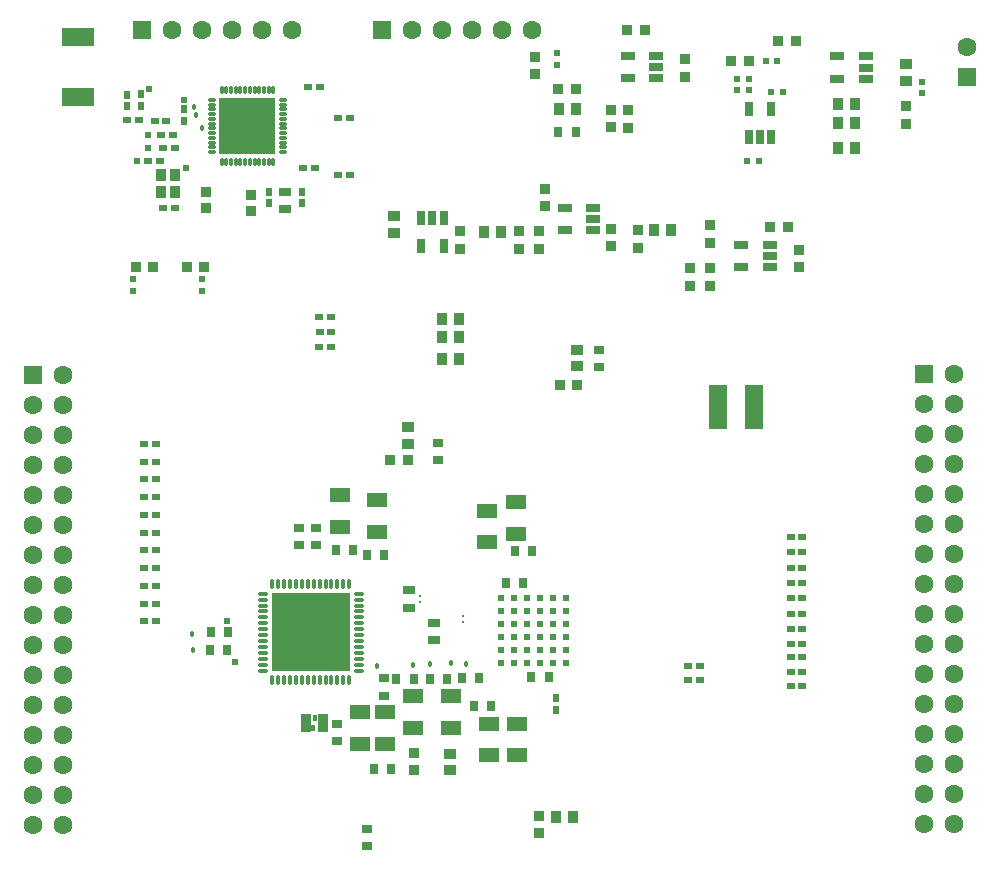
<source format=gts>
%FSTAX25Y25*%
%MOIN*%
%SFA1B1*%

%IPPOS*%
%ADD56C,0.018000*%
%ADD66R,0.023690X0.023690*%
%ADD67R,0.063060X0.145730*%
%ADD68R,0.035500X0.031560*%
%ADD69R,0.031560X0.035500*%
%ADD70R,0.023690X0.027620*%
%ADD71R,0.033530X0.059120*%
%ADD72R,0.011870X0.023690*%
%ADD73R,0.035500X0.039430*%
%ADD74R,0.039430X0.031560*%
%ADD75R,0.106360X0.063060*%
%ADD76R,0.027620X0.023690*%
%ADD77R,0.023690X0.023690*%
%ADD78R,0.035500X0.033530*%
%ADD79R,0.023690X0.029590*%
%ADD80R,0.029590X0.023690*%
%ADD81R,0.189040X0.189040*%
%ADD82O,0.011870X0.029590*%
%ADD83O,0.029590X0.011870*%
%ADD84R,0.037470X0.041400*%
%ADD85O,0.039430X0.013840*%
%ADD86O,0.013840X0.039430*%
%ADD87R,0.259910X0.259910*%
%ADD88R,0.035500X0.035500*%
%ADD89R,0.035500X0.035500*%
%ADD90R,0.045340X0.027620*%
%ADD91R,0.039430X0.035500*%
%ADD92R,0.027620X0.045340*%
%ADD93R,0.027620X0.047310*%
%ADD94R,0.070930X0.047310*%
%ADD95R,0.063060X0.063060*%
%ADD96C,0.063060*%
%ADD97R,0.063060X0.063060*%
%ADD98C,0.023690*%
%ADD99C,0.029980*%
%ADD100C,0.024000*%
%ADD101C,0.013000*%
%LNhighspeed_v0-1*%
%LPD*%
G54D56*
X01234Y02547D03*
X02117Y0076D03*
X01996D03*
X0194Y00759D03*
X01818Y00754D03*
X0121Y02619D03*
X01214Y0259D03*
X02064Y00765D03*
X01202Y00862D03*
X01206Y00807D03*
G54D66*
X0305363Y02437D03*
X03093D03*
X0305937Y02712D03*
X0302D03*
X0301963Y02673D03*
X03059D03*
X0313363Y02668D03*
X03173D03*
X03114Y0277D03*
X0315337D03*
G54D67*
X0307505Y01616D03*
X0295694D03*
G54D68*
X02021Y0149754D03*
Y0144046D03*
X01617Y0121454D03*
Y0115746D03*
X0156Y0121554D03*
Y0115846D03*
X01842Y0071254D03*
Y0065546D03*
X01687Y0050246D03*
Y0055954D03*
X01784Y0015246D03*
Y0020954D03*
X02559Y0180754D03*
Y0175046D03*
G54D69*
X0173754Y0114D03*
X0168046D03*
X0184154Y01125D03*
X0178446D03*
X0224846Y01032D03*
X0230554D03*
X0233654Y01137D03*
X0227946D03*
X0210046Y00714D03*
X0215754D03*
X0199646Y00712D03*
X0205354D03*
X0194054D03*
X0188346D03*
X0180846Y00412D03*
X0186554D03*
X0233346Y00717D03*
X0239054D03*
X0214046Y00622D03*
X0219754D03*
X0126446Y00869D03*
X0132154D03*
X0126246Y00807D03*
X0131954D03*
X0248054Y02534D03*
X0242346D03*
G54D70*
X02416Y0060831D03*
Y0064768D03*
X01174Y0257132D03*
Y0261069D03*
X01569Y0229631D03*
Y0233569D03*
G54D71*
X0158046Y00564D03*
X0163754D03*
G54D72*
X0160506Y0054628D03*
X0161294Y0058172D03*
G54D73*
X0241544Y00252D03*
X0247056D03*
X0242544Y02611D03*
X0248056D03*
X0274344Y02206D03*
X0279856D03*
X0217644Y02201D03*
X0223156D03*
X0203544Y0191D03*
X0209056D03*
X0203644Y0185D03*
X0209156D03*
X0203544Y01778D03*
X0209056D03*
X0335544Y02564D03*
X0341056D03*
X0335544Y02482D03*
X0341056D03*
X0335544Y02629D03*
X0341056D03*
G54D74*
X02008Y0083947D03*
Y0089853D03*
X01925Y0100753D03*
Y0094847D03*
X0151239Y0233553D03*
Y0227647D03*
G54D75*
X00822Y0265141D03*
Y028522D03*
G54D76*
X0162531Y01819D03*
X0166469D03*
X0162732Y01867D03*
X0166668D03*
X0162631Y01916D03*
X0166569D03*
X0104332Y0113938D03*
X0108268D03*
X0104332Y0119847D03*
X0108268D03*
X0323667Y00877D03*
X031973D03*
X0323667Y0092833D03*
X031973D03*
X0104332Y0125757D03*
X0108268D03*
X0104332Y0131666D03*
X0108268D03*
Y0108028D03*
X0104332D03*
Y0137576D03*
X0108268D03*
X0323667Y0097967D03*
X031973D03*
X0108268Y0102119D03*
X0104332D03*
Y0143485D03*
X0108268D03*
X0323667Y01031D03*
X031973D03*
X0108268Y009621D03*
X0104332D03*
X0323667Y0108233D03*
X031973D03*
X0323667Y00829D03*
X031973D03*
X0108268Y00903D03*
X0104332D03*
Y0149395D03*
X0108268D03*
X0323667Y0113367D03*
X031973D03*
X0289369Y00754D03*
X0285432D03*
X0289369Y00708D03*
X0285432D03*
X0110519Y02281D03*
X0114456D03*
X0172869Y02391D03*
X0168931D03*
X0161169Y02413D03*
X0157231D03*
X0105631Y02439D03*
X0109569D03*
X0172768Y02582D03*
X0168832D03*
X0162969Y02683D03*
X0159031D03*
X0110519Y0248D03*
X0114456D03*
X0113868Y02525D03*
X0109932D03*
X0102481Y02573D03*
X0098544D03*
X031973Y00687D03*
X0323667D03*
X031973Y01185D03*
X0323667D03*
X031973Y00735D03*
X0323667D03*
X031973Y00784D03*
X0323667D03*
G54D77*
X01005Y0204437D03*
Y02005D03*
X01236Y0204437D03*
Y02005D03*
X02419Y02757D03*
Y0279637D03*
X03634Y02702D03*
Y0266263D03*
G54D78*
X01398Y0226942D03*
Y0232258D03*
X01249Y0233358D03*
Y0228043D03*
G54D79*
X01459Y023347D03*
Y022973D03*
X01031Y026223D03*
Y026597D03*
X00984Y026213D03*
Y026587D03*
G54D80*
X011157Y02571D03*
X010783D03*
G54D81*
X01387Y02554D03*
G54D82*
X0147361Y0243491D03*
X0145787D03*
X0144212D03*
X0142637D03*
X0141062D03*
X0139487D03*
X0137913D03*
X0136338D03*
X0134763D03*
X0133188D03*
X0131613D03*
X0130039D03*
Y0267309D03*
X0131613D03*
X0133188D03*
X0134763D03*
X0136338D03*
X0137913D03*
X0139487D03*
X0141062D03*
X0142637D03*
X0144212D03*
X0145787D03*
X0147361D03*
G54D83*
X0126791Y0246739D03*
Y0248313D03*
Y0249888D03*
Y0251463D03*
Y0253038D03*
Y0254613D03*
Y0256187D03*
Y0257762D03*
Y0259337D03*
Y0260912D03*
Y0262487D03*
Y0264061D03*
X0150609D03*
Y0262487D03*
Y0260912D03*
Y0259337D03*
Y0257762D03*
Y0256187D03*
Y0254613D03*
Y0253038D03*
Y0251463D03*
Y0249888D03*
Y0248313D03*
Y0246739D03*
G54D84*
X0114458Y0239054D03*
X010993D03*
Y0233346D03*
X0114458D03*
G54D85*
X0175745Y0073905D03*
Y0075873D03*
Y0077842D03*
Y007981D03*
Y0081779D03*
Y0083747D03*
Y009359D03*
Y0095558D03*
Y0097527D03*
Y0099495D03*
X0143855D03*
Y0097527D03*
Y0095558D03*
Y009359D03*
Y0091621D03*
Y0089653D03*
Y0087684D03*
Y0085716D03*
Y0083747D03*
Y0081779D03*
Y007981D03*
Y0077842D03*
Y0075873D03*
Y0073905D03*
X0175745Y0091621D03*
Y0089653D03*
Y0087684D03*
Y0085716D03*
G54D86*
X0172595Y0102645D03*
X0170627D03*
X0168658D03*
X016669D03*
X0164721D03*
X0162753D03*
X0160784D03*
X0158816D03*
X0156847D03*
X0154879D03*
X015291D03*
X0150942D03*
X0148973D03*
X0147005D03*
Y0070755D03*
X0148973D03*
X0150942D03*
X015291D03*
X0154879D03*
X0156847D03*
X0158816D03*
X0160784D03*
X0162753D03*
X0164721D03*
X016669D03*
X0168658D03*
X0170627D03*
X0172595D03*
G54D87*
X01598Y00867D03*
G54D88*
X02358Y0019647D03*
Y0025553D03*
X03581Y0256147D03*
Y0262053D03*
X02347Y0272647D03*
Y0278553D03*
X01943Y0040647D03*
Y0046553D03*
X02863Y0202147D03*
Y0208053D03*
X02928Y0202147D03*
Y0208053D03*
X02688Y0214847D03*
Y0220753D03*
X02358Y0214447D03*
Y0220353D03*
X02293Y0214547D03*
Y0220453D03*
X02096Y0214347D03*
Y0220253D03*
X03226Y0214153D03*
Y0208247D03*
X026Y0215247D03*
Y0221153D03*
X02928Y0222253D03*
Y0216347D03*
X02379Y0234553D03*
Y0228647D03*
X026Y0254947D03*
Y0260853D03*
X02655Y0254847D03*
Y0260753D03*
X02846Y0271747D03*
Y0277653D03*
G54D89*
X0124353Y02085D03*
X0118447D03*
X0107353D03*
X0101447D03*
X0186147Y01441D03*
X0192053D03*
X0321453Y02838D03*
X0315547D03*
X0318753Y02219D03*
X0312847D03*
X0242747Y0169D03*
X0248653D03*
X0248153Y02679D03*
X0242247D03*
X0271253Y02875D03*
X0265347D03*
X0299847Y0277D03*
X0305753D03*
G54D90*
X0344724Y027116D03*
Y02749D03*
Y027864D03*
X0335276D03*
Y027116D03*
X0312724Y020836D03*
Y02121D03*
Y021584D03*
X0303276D03*
Y020836D03*
X0253824Y022066D03*
Y02244D03*
Y022814D03*
X0244376D03*
Y022066D03*
X0275024Y027136D03*
Y02751D03*
Y027884D03*
X0265576D03*
Y027136D03*
G54D91*
X02061Y0046156D03*
Y0040644D03*
X01921Y0149544D03*
Y0155056D03*
X02487Y0175344D03*
Y0180856D03*
X01877Y0225356D03*
Y0219844D03*
X03582Y0270444D03*
Y0275956D03*
G54D92*
X020404Y0224724D03*
X02003D03*
X019656D03*
Y0215276D03*
X020404D03*
G54D93*
X030576Y0261024D03*
X031324D03*
Y0251576D03*
X03095D03*
X030576D03*
G54D94*
X02187Y0116585D03*
Y0127215D03*
X01846Y0049285D03*
Y0059915D03*
X01761Y0049385D03*
Y0060015D03*
X02285Y0045585D03*
Y0056215D03*
X02193Y0045585D03*
Y0056215D03*
X02064Y0054685D03*
Y0065315D03*
X01939D03*
Y0054685D03*
X0182Y0130615D03*
Y0119985D03*
X02281Y0130115D03*
Y0119485D03*
X01696Y0132315D03*
Y0121685D03*
G54D95*
X01835Y02875D03*
X01035Y02874D03*
G54D96*
X01935Y02875D03*
X02035D03*
X02135D03*
X02235D03*
X02335D03*
X00773Y00223D03*
X00673D03*
X00773Y00323D03*
X00673D03*
X00773Y00423D03*
X00673D03*
X00773Y00523D03*
X00673D03*
X00773Y00623D03*
X00673D03*
X00773Y00723D03*
X00673D03*
X00773Y00823D03*
X00673D03*
X00773Y00923D03*
X00673D03*
X00773Y01023D03*
X00673D03*
X00773Y01123D03*
X00673D03*
X00773Y01223D03*
X00673D03*
X00773Y01323D03*
X00673D03*
X00773Y01423D03*
X00673D03*
X00773Y01523D03*
X00673D03*
X00773Y01623D03*
X00673D03*
X00773Y01723D03*
X03741Y00228D03*
X03641D03*
X03741Y00328D03*
X03641D03*
X03741Y00428D03*
X03641D03*
X03741Y00528D03*
X03641D03*
X03741Y00628D03*
X03641D03*
X03741Y00728D03*
X03641D03*
X03741Y00828D03*
X03641D03*
X03741Y00928D03*
X03641D03*
X03741Y01028D03*
X03641D03*
X03741Y01128D03*
X03641D03*
X03741Y01228D03*
X03641D03*
X03741Y01328D03*
X03641D03*
X03741Y01428D03*
X03641D03*
X03741Y01528D03*
X03641D03*
X03741Y01628D03*
X03641D03*
X03741Y01728D03*
X03787Y02818D03*
X01135Y02874D03*
X01235D03*
X01335D03*
X01435D03*
X01535D03*
G54D97*
X00673Y01723D03*
X03641Y01728D03*
X03787Y02718D03*
G54D98*
X0244727Y0098027D03*
X0240396D03*
X0236065D03*
X0231735D03*
X0227404D03*
X0223073D03*
X0244727Y0093696D03*
X0240396D03*
X0236065D03*
X0231735D03*
X0227404D03*
X0223073D03*
X0244727Y0089365D03*
X0240396D03*
X0236065D03*
X0231735D03*
X0227404D03*
X0223073D03*
X0244727Y0085035D03*
X0240396D03*
X0236065D03*
X0231735D03*
X0227404D03*
X0223073D03*
X0244727Y0080704D03*
X0240396D03*
X0236065D03*
X0231735D03*
X0227404D03*
X0223073D03*
X0244727Y0076373D03*
X0240396D03*
X0236065D03*
X0231735D03*
X0227404D03*
X0223073D03*
X0170627Y0075873D03*
X0166296D03*
X0161965D03*
X0157635D03*
X0153304D03*
X0148973D03*
X0170627Y0080204D03*
X0166296D03*
X0161965D03*
X0157635D03*
X0153304D03*
X0148973D03*
X0170627Y0084535D03*
X0166296D03*
X0161965D03*
X0157635D03*
X0153304D03*
X0148973D03*
X0170627Y0088865D03*
X0166296D03*
X0161965D03*
X0157635D03*
X0153304D03*
X0148973D03*
X0170627Y0093196D03*
X0166296D03*
X0161965D03*
X0157635D03*
X0153304D03*
X0148973D03*
X0170627Y0097527D03*
X0166296D03*
X0161965D03*
X0157635D03*
X0153304D03*
X0148973D03*
G54D99*
X0131613Y0262487D03*
X0136338D03*
X0141062D03*
X0145787D03*
X0131613Y0257762D03*
X0136338D03*
X0141062D03*
X0145787D03*
X0131613Y0253038D03*
X0136338D03*
X0141062D03*
X0145787D03*
X0131613Y0248313D03*
X0136338D03*
X0141062D03*
X0145787D03*
G54D100*
X01181Y02415D03*
X01019Y02439D03*
X01058Y02677D03*
X01174Y02642D03*
X01057Y0248D03*
Y02523D03*
X0132Y00903D03*
X01347Y00768D03*
G54D101*
X02104Y009015D03*
Y009205D03*
X01961Y0098575D03*
Y0096625D03*
M02*
</source>
